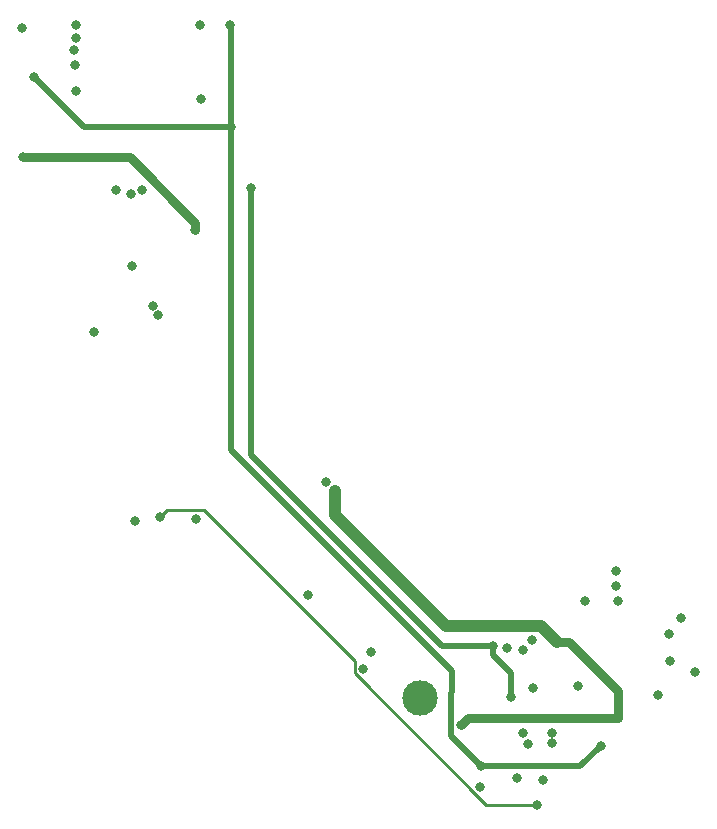
<source format=gbr>
G04 #@! TF.GenerationSoftware,KiCad,Pcbnew,6.0.0+dfsg1-2*
G04 #@! TF.CreationDate,2022-02-08T13:12:27-05:00*
G04 #@! TF.ProjectId,RUSP_Daughterboard,52555350-5f44-4617-9567-68746572626f,rev?*
G04 #@! TF.SameCoordinates,Original*
G04 #@! TF.FileFunction,Copper,L3,Inr*
G04 #@! TF.FilePolarity,Positive*
%FSLAX46Y46*%
G04 Gerber Fmt 4.6, Leading zero omitted, Abs format (unit mm)*
G04 Created by KiCad (PCBNEW 6.0.0+dfsg1-2) date 2022-02-08 13:12:27*
%MOMM*%
%LPD*%
G01*
G04 APERTURE LIST*
G04 #@! TA.AperFunction,ComponentPad*
%ADD10C,3.000000*%
G04 #@! TD*
G04 #@! TA.AperFunction,ViaPad*
%ADD11C,0.800000*%
G04 #@! TD*
G04 #@! TA.AperFunction,Conductor*
%ADD12C,0.750000*%
G04 #@! TD*
G04 #@! TA.AperFunction,Conductor*
%ADD13C,1.000000*%
G04 #@! TD*
G04 #@! TA.AperFunction,Conductor*
%ADD14C,0.500000*%
G04 #@! TD*
G04 #@! TA.AperFunction,Conductor*
%ADD15C,0.250000*%
G04 #@! TD*
G04 APERTURE END LIST*
D10*
X154000000Y-128000000D03*
D11*
X159132660Y-135507340D03*
X124723699Y-73134294D03*
X120300000Y-71300000D03*
X135000000Y-88400000D03*
X165600000Y-123300000D03*
X149225010Y-125524888D03*
X157480000Y-130302000D03*
X170800000Y-129700000D03*
X146050000Y-109728000D03*
X146812000Y-110490000D03*
X120396006Y-82200000D03*
X174149991Y-127749991D03*
X162700000Y-131000000D03*
X161400000Y-123800000D03*
X175200000Y-124900000D03*
X161694805Y-127925000D03*
X160200000Y-123600000D03*
X177300000Y-125800000D03*
X139700000Y-84836000D03*
X138000000Y-79700000D03*
X121300000Y-75400000D03*
X169300000Y-132100000D03*
X159200000Y-133800000D03*
X137900000Y-71000000D03*
X129537660Y-85362340D03*
X170650000Y-118550000D03*
X124800000Y-74400000D03*
X124909034Y-72152125D03*
X130481712Y-85032505D03*
X170600000Y-117250000D03*
X135500000Y-77250000D03*
X163600000Y-127200000D03*
X124900000Y-76600000D03*
X170800000Y-119750000D03*
X128300000Y-85000000D03*
X168000000Y-119800000D03*
X163500000Y-123100000D03*
X176100000Y-121200000D03*
X129600000Y-91400000D03*
X164400000Y-134974990D03*
X126437701Y-97037701D03*
X129900000Y-113000000D03*
X163200000Y-131900000D03*
X163900000Y-137025010D03*
X132029325Y-112674990D03*
X144500000Y-119300000D03*
X135010743Y-112824979D03*
X149855726Y-124068501D03*
X162200000Y-134800000D03*
X135400000Y-71000000D03*
X124900000Y-71000000D03*
X165201292Y-131775010D03*
X131400000Y-94800000D03*
X131826000Y-95600000D03*
X165201292Y-131001292D03*
X167400000Y-127000000D03*
X162775000Y-123900000D03*
X175124500Y-122600000D03*
D12*
X135000000Y-88400000D02*
X135000000Y-87756000D01*
X166665685Y-123300000D02*
X170800000Y-127434315D01*
X158082000Y-129700000D02*
X170800000Y-129700000D01*
X170800000Y-127434315D02*
X170800000Y-129700000D01*
X165600000Y-123300000D02*
X166665685Y-123300000D01*
D13*
X146812000Y-112522000D02*
X156210000Y-121920000D01*
X156210000Y-121920000D02*
X164220000Y-121920000D01*
X146812000Y-110490000D02*
X146812000Y-112522000D01*
D12*
X135000000Y-87756000D02*
X129444000Y-82200000D01*
X157480000Y-130302000D02*
X158082000Y-129700000D01*
D13*
X164220000Y-121920000D02*
X165600000Y-123300000D01*
D12*
X129444000Y-82200000D02*
X120396006Y-82200000D01*
D14*
X161694805Y-125880805D02*
X160200000Y-124386000D01*
X155858000Y-123600000D02*
X139700000Y-107442000D01*
X161694805Y-127925000D02*
X161694805Y-125880805D01*
X160200000Y-123600000D02*
X155858000Y-123600000D01*
D15*
X160401678Y-123600000D02*
X160200000Y-123600000D01*
D14*
X160200000Y-124386000D02*
X160200000Y-123600000D01*
X139700000Y-107442000D02*
X139700000Y-84836000D01*
X138000000Y-107012000D02*
X156718000Y-125730000D01*
X138000000Y-78500000D02*
X138000000Y-71100000D01*
X156718000Y-127508000D02*
X156629999Y-127596001D01*
X138000000Y-78500000D02*
X138000000Y-79700000D01*
X167600000Y-133800000D02*
X169300000Y-132100000D01*
X138000000Y-79700000D02*
X138000000Y-107012000D01*
X156718000Y-125730000D02*
X156718000Y-127508000D01*
X125600000Y-79700000D02*
X138000000Y-79700000D01*
X121300000Y-75400000D02*
X125600000Y-79700000D01*
X159200000Y-133800000D02*
X167600000Y-133800000D01*
X138000000Y-71100000D02*
X137900000Y-71000000D01*
X156629999Y-127596001D02*
X156629999Y-131229999D01*
X156629999Y-131229999D02*
X159200000Y-133800000D01*
D15*
X148500000Y-125900000D02*
X148500000Y-124873002D01*
X132604337Y-112099978D02*
X132029325Y-112674990D01*
X148500000Y-124873002D02*
X135726976Y-112099978D01*
X159625010Y-137025010D02*
X148500000Y-125900000D01*
X135726976Y-112099978D02*
X132604337Y-112099978D01*
X163900000Y-137025010D02*
X159625010Y-137025010D01*
M02*

</source>
